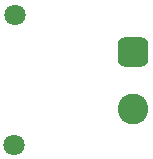
<source format=gbs>
G04*
G04 #@! TF.GenerationSoftware,Altium Limited,Altium Designer,21.6.1 (37)*
G04*
G04 Layer_Color=16711935*
%FSLAX44Y44*%
%MOMM*%
G71*
G04*
G04 #@! TF.SameCoordinates,B1B93876-0226-414C-94E0-45D9D66D3651*
G04*
G04*
G04 #@! TF.FilePolarity,Negative*
G04*
G01*
G75*
%ADD22C,1.8032*%
%ADD23C,2.6032*%
G04:AMPARAMS|DCode=24|XSize=2.6032mm|YSize=2.6032mm|CornerRadius=0.7016mm|HoleSize=0mm|Usage=FLASHONLY|Rotation=0.000|XOffset=0mm|YOffset=0mm|HoleType=Round|Shape=RoundedRectangle|*
%AMROUNDEDRECTD24*
21,1,2.6032,1.2000,0,0,0.0*
21,1,1.2000,2.6032,0,0,0.0*
1,1,1.4032,0.6000,-0.6000*
1,1,1.4032,-0.6000,-0.6000*
1,1,1.4032,-0.6000,0.6000*
1,1,1.4032,0.6000,0.6000*
%
%ADD24ROUNDEDRECTD24*%
D22*
X1299670Y2656260D02*
D03*
X1300178Y2766242D02*
D03*
D23*
X1400000Y2686000D02*
D03*
D24*
Y2735000D02*
D03*
M02*

</source>
